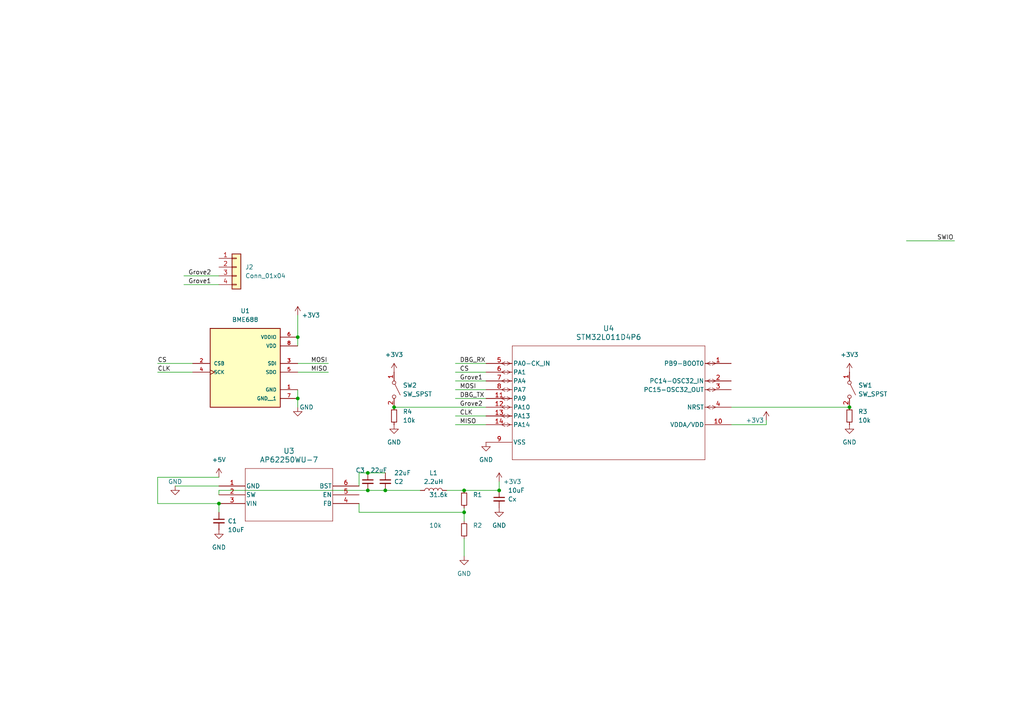
<source format=kicad_sch>
(kicad_sch (version 20231120) (generator "eeschema") (generator_version "8.0")
  (paper "A4")
  (lib_symbols
    (symbol "+3V3_1" (power) (pin_numbers hide) (pin_names (offset 0) hide)
      (property "Value" "+3V3" (at 0 3.556 0))
      (symbol "+3V3_1_0_1"
        (polyline (pts (xy -0.762 1.27) (xy 0 2.54)))
        (polyline (pts (xy 0 0) (xy 0 2.54)))
        (polyline (pts (xy 0 2.54) (xy 0.762 1.27)))
      )
      (symbol "+3V3_1_1_1"
        (pin power_in line (at 0 0 90) (length 0) (name "~") (number "1"))
      )
    )
    (symbol "+3V3_2" (power) (pin_numbers hide) (pin_names (offset 0) hide)
      (property "Value" "+3V3" (at 0 3.556 0))
      (symbol "+3V3_2_0_1"
        (polyline (pts (xy -0.762 1.27) (xy 0 2.54)))
        (polyline (pts (xy 0 0) (xy 0 2.54)))
        (polyline (pts (xy 0 2.54) (xy 0.762 1.27)))
      )
      (symbol "+3V3_2_1_1"
        (pin power_in line (at 0 0 90) (length 0) (name "~") (number "1"))
      )
    )
    (symbol "Bosch Sensor:BME688" (pin_names (offset 1.016))
      (property "Reference" "U" (at -10.16 10.668 0))
      (property "Value" "BME688" (at -10.16 -15.24 0))
      (symbol "BME688_0_0"
        (rectangle (start -10.16 -12.7) (end 10.16 10.16) (stroke (width 0.254)) (fill (type background)))
        (pin power_in line (at 15.24 -7.62 180) (length 5.08) (name "GND") (number "1"))
        (pin input line (at -15.24 0 0) (length 5.08) (name "CSB") (number "2"))
        (pin bidirectional line (at 15.24 0 180) (length 5.08) (name "SDI") (number "3"))
        (pin input clock (at -15.24 -2.54 0) (length 5.08) (name "SCK") (number "4"))
        (pin bidirectional line (at 15.24 -2.54 180) (length 5.08) (name "SDO") (number "5"))
        (pin power_in line (at 15.24 7.62 180) (length 5.08) (name "VDDIO") (number "6"))
        (pin power_in line (at 15.24 -10.16 180) (length 5.08) (name "GND__1") (number "7"))
        (pin power_in line (at 15.24 5.08 180) (length 5.08) (name "VDD") (number "8"))
      )
    )
    (symbol "Connector_Generic:Conn_01x04" (pin_names (offset 1.016) hide)
      (property "Reference" "J" (at 0 5.08 0))
      (property "Value" "Conn_01x04" (at 0 -7.62 0))
      (symbol "Conn_01x04_1_1"
        (rectangle (start -1.27 -4.953) (end 0 -5.207) (stroke (width 0.1524)))
        (rectangle (start -1.27 -2.413) (end 0 -2.667) (stroke (width 0.1524)))
        (rectangle (start -1.27 0.127) (end 0 -0.127) (stroke (width 0.1524)))
        (rectangle (start -1.27 2.667) (end 0 2.413) (stroke (width 0.1524)))
        (rectangle (start -1.27 3.81) (end 1.27 -6.35) (stroke (width 0.254)) (fill (type background)))
        (pin passive line (at -5.08 2.54 0) (length 3.81) (name "Pin_1") (number "1"))
        (pin passive line (at -5.08 0 0) (length 3.81) (name "Pin_2") (number "2"))
        (pin passive line (at -5.08 -2.54 0) (length 3.81) (name "Pin_3") (number "3"))
        (pin passive line (at -5.08 -5.08 0) (length 3.81) (name "Pin_4") (number "4"))
      )
    )
    (symbol "Device:C_Small" (pin_numbers hide) (pin_names (offset 0.254) hide)
      (property "Reference" "C" (at 0.254 1.778 0))
      (property "Value" "C_Small" (at 0.254 -2.032 0))
      (symbol "C_Small_0_1"
        (polyline (pts (xy -1.524 -0.508) (xy 1.524 -0.508)) (stroke (width 0.3302)))
        (polyline (pts (xy -1.524 0.508) (xy 1.524 0.508)) (stroke (width 0.3048)))
      )
      (symbol "C_Small_1_1"
        (pin passive line (at 0 2.54 270) (length 2.032) (name "~") (number "1"))
        (pin passive line (at 0 -2.54 90) (length 2.032) (name "~") (number "2"))
      )
    )
    (symbol "Device:L" (pin_numbers hide) (pin_names (offset 1.016) hide)
      (property "Reference" "L" (at -1.27 0 90))
      (property "Value" "L" (at 1.905 0 90))
      (symbol "L_0_1"
        (arc (start 0 -2.54) (mid 0.6323 -1.905) (end 0 -1.27))
        (arc (start 0 -1.27) (mid 0.6323 -0.635) (end 0 0))
        (arc (start 0 0) (mid 0.6323 0.635) (end 0 1.27))
        (arc (start 0 1.27) (mid 0.6323 1.905) (end 0 2.54))
      )
      (symbol "L_1_1"
        (pin passive line (at 0 3.81 270) (length 1.27) (name "1") (number "1"))
        (pin passive line (at 0 -3.81 90) (length 1.27) (name "2") (number "2"))
      )
    )
    (symbol "Device:R_Small" (pin_numbers hide) (pin_names (offset 0.254) hide)
      (property "Reference" "R" (at 0.762 0.508 0))
      (property "Value" "R_Small" (at 0.762 -1.016 0))
      (symbol "R_Small_0_1"
        (rectangle (start -0.762 1.778) (end 0.762 -1.778) (stroke (width 0.2032)))
      )
      (symbol "R_Small_1_1"
        (pin passive line (at 0 2.54 270) (length 0.762) (name "~") (number "1"))
        (pin passive line (at 0 -2.54 90) (length 0.762) (name "~") (number "2"))
      )
    )
    (symbol "GND_1" (power) (pin_numbers hide) (pin_names (offset 0) hide)
      (property "Value" "GND" (at 0 -3.81 0))
      (symbol "GND_1_0_1"
        (polyline (pts (xy 0 0) (xy 0 -1.27) (xy 1.27 -1.27) (xy 0 -2.54) (xy -1.27 -1.27) (xy 0 -1.27)))
      )
      (symbol "GND_1_1_1"
        (pin power_in line (at 0 0 270) (length 0) (name "~") (number "1"))
      )
    )
    (symbol "GND_2" (power) (pin_numbers hide) (pin_names (offset 0) hide)
      (property "Value" "GND" (at 0 -3.81 0))
      (symbol "GND_2_0_1"
        (polyline (pts (xy 0 0) (xy 0 -1.27) (xy 1.27 -1.27) (xy 0 -2.54) (xy -1.27 -1.27) (xy 0 -1.27)))
      )
      (symbol "GND_2_1_1"
        (pin power_in line (at 0 0 270) (length 0) (name "~") (number "1"))
      )
    )
    (symbol "STM32:STM32L011D4P7" (pin_names (offset 0.254))
      (property "Reference" "U" (at 35.56 10.16 0))
      (property "Value" "STM32L011D4P7" (at 35.56 7.62 0))
      (symbol "STM32L011D4P7_0_1"
        (polyline (pts (xy 5.5372 -18.3007) (xy 4.4958 -17.78)) (stroke (width 0.127)))
        (polyline (pts (xy 5.5372 -17.2593) (xy 4.4958 -17.78)) (stroke (width 0.127)))
        (polyline (pts (xy 5.5372 -15.7607) (xy 4.4958 -15.24)) (stroke (width 0.127)))
        (polyline (pts (xy 5.5372 -14.7193) (xy 4.4958 -15.24)) (stroke (width 0.127)))
        (polyline (pts (xy 5.5372 -13.2207) (xy 4.4958 -12.7)) (stroke (width 0.127)))
        (polyline (pts (xy 5.5372 -12.1793) (xy 4.4958 -12.7)) (stroke (width 0.127)))
        (polyline (pts (xy 5.5372 -10.6807) (xy 4.4958 -10.16)) (stroke (width 0.127)))
        (polyline (pts (xy 5.5372 -9.6393) (xy 4.4958 -10.16)) (stroke (width 0.127)))
        (polyline (pts (xy 5.5372 -8.1407) (xy 4.4958 -7.62)) (stroke (width 0.127)))
        (polyline (pts (xy 5.5372 -7.0993) (xy 4.4958 -7.62)) (stroke (width 0.127)))
        (polyline (pts (xy 5.5372 -5.6007) (xy 4.4958 -5.08)) (stroke (width 0.127)))
        (polyline (pts (xy 5.5372 -4.5593) (xy 4.4958 -5.08)) (stroke (width 0.127)))
        (polyline (pts (xy 5.5372 -3.0607) (xy 4.4958 -2.54)) (stroke (width 0.127)))
        (polyline (pts (xy 5.5372 -2.0193) (xy 4.4958 -2.54)) (stroke (width 0.127)))
        (polyline (pts (xy 5.5372 -0.5207) (xy 4.4958 0)) (stroke (width 0.127)))
        (polyline (pts (xy 5.5372 0.5207) (xy 4.4958 0)) (stroke (width 0.127)))
        (polyline (pts (xy 7.0993 -17.78) (xy 6.0579 -18.3007)) (stroke (width 0.127)))
        (polyline (pts (xy 7.0993 -17.78) (xy 6.0579 -17.2593)) (stroke (width 0.127)))
        (polyline (pts (xy 7.0993 -15.24) (xy 6.0579 -15.7607)) (stroke (width 0.127)))
        (polyline (pts (xy 7.0993 -15.24) (xy 6.0579 -14.7193)) (stroke (width 0.127)))
        (polyline (pts (xy 7.0993 -12.7) (xy 6.0579 -13.2207)) (stroke (width 0.127)))
        (polyline (pts (xy 7.0993 -12.7) (xy 6.0579 -12.1793)) (stroke (width 0.127)))
        (polyline (pts (xy 7.0993 -10.16) (xy 6.0579 -10.6807)) (stroke (width 0.127)))
        (polyline (pts (xy 7.0993 -10.16) (xy 6.0579 -9.6393)) (stroke (width 0.127)))
        (polyline (pts (xy 7.0993 -7.62) (xy 6.0579 -8.1407)) (stroke (width 0.127)))
        (polyline (pts (xy 7.0993 -7.62) (xy 6.0579 -7.0993)) (stroke (width 0.127)))
        (polyline (pts (xy 7.0993 -5.08) (xy 6.0579 -5.6007)) (stroke (width 0.127)))
        (polyline (pts (xy 7.0993 -5.08) (xy 6.0579 -4.5593)) (stroke (width 0.127)))
        (polyline (pts (xy 7.0993 -2.54) (xy 6.0579 -3.0607)) (stroke (width 0.127)))
        (polyline (pts (xy 7.0993 -2.54) (xy 6.0579 -2.0193)) (stroke (width 0.127)))
        (polyline (pts (xy 7.0993 0) (xy 6.0579 -0.5207)) (stroke (width 0.127)))
        (polyline (pts (xy 7.0993 0) (xy 6.0579 0.5207)) (stroke (width 0.127)))
        (polyline (pts (xy 7.62 -27.94) (xy 63.5 -27.94)) (stroke (width 0.127)))
        (polyline (pts (xy 7.62 5.08) (xy 7.62 -27.94)) (stroke (width 0.127)))
        (polyline (pts (xy 63.5 -27.94) (xy 63.5 5.08)) (stroke (width 0.127)))
        (polyline (pts (xy 63.5 5.08) (xy 7.62 5.08)) (stroke (width 0.127)))
        (polyline (pts (xy 64.0207 -12.7) (xy 65.0621 -13.2207)) (stroke (width 0.127)))
        (polyline (pts (xy 64.0207 -12.7) (xy 65.0621 -12.1793)) (stroke (width 0.127)))
        (polyline (pts (xy 64.0207 -7.62) (xy 65.0621 -8.1407)) (stroke (width 0.127)))
        (polyline (pts (xy 64.0207 -7.62) (xy 65.0621 -7.0993)) (stroke (width 0.127)))
        (polyline (pts (xy 64.0207 -5.08) (xy 65.0621 -5.6007)) (stroke (width 0.127)))
        (polyline (pts (xy 64.0207 -5.08) (xy 65.0621 -4.5593)) (stroke (width 0.127)))
        (polyline (pts (xy 64.0207 0) (xy 65.0621 -0.5207)) (stroke (width 0.127)))
        (polyline (pts (xy 64.0207 0) (xy 65.0621 0.5207)) (stroke (width 0.127)))
        (polyline (pts (xy 65.5828 -13.2207) (xy 66.6242 -12.7)) (stroke (width 0.127)))
        (polyline (pts (xy 65.5828 -12.1793) (xy 66.6242 -12.7)) (stroke (width 0.127)))
        (polyline (pts (xy 65.5828 -8.1407) (xy 66.6242 -7.62)) (stroke (width 0.127)))
        (polyline (pts (xy 65.5828 -7.0993) (xy 66.6242 -7.62)) (stroke (width 0.127)))
        (polyline (pts (xy 65.5828 -5.6007) (xy 66.6242 -5.08)) (stroke (width 0.127)))
        (polyline (pts (xy 65.5828 -4.5593) (xy 66.6242 -5.08)) (stroke (width 0.127)))
        (polyline (pts (xy 65.5828 -0.5207) (xy 66.6242 0)) (stroke (width 0.127)))
        (polyline (pts (xy 65.5828 0.5207) (xy 66.6242 0)) (stroke (width 0.127)))
        (pin input line (at 71.12 0 180) (length 7.62) (name "PB9-BOOT0") (number "1"))
        (pin power_in line (at 71.12 -17.78 180) (length 7.62) (name "VDDA/VDD") (number "10"))
        (pin bidirectional line (at 0 -10.16 0) (length 7.62) (name "PA9") (number "11"))
        (pin bidirectional line (at 0 -12.7 0) (length 7.62) (name "PA10") (number "12"))
        (pin bidirectional line (at 0 -15.24 0) (length 7.62) (name "PA13") (number "13"))
        (pin bidirectional line (at 0 -17.78 0) (length 7.62) (name "PA14") (number "14"))
        (pin bidirectional line (at 71.12 -5.08 180) (length 7.62) (name "PC14-OSC32_IN") (number "2"))
        (pin bidirectional line (at 71.12 -7.62 180) (length 7.62) (name "PC15-OSC32_OUT") (number "3"))
        (pin bidirectional line (at 71.12 -12.7 180) (length 7.62) (name "NRST") (number "4"))
        (pin bidirectional line (at 0 0 0) (length 7.62) (name "PA0-CK_IN") (number "5"))
        (pin bidirectional line (at 0 -2.54 0) (length 7.62) (name "PA1") (number "6"))
        (pin bidirectional line (at 0 -5.08 0) (length 7.62) (name "PA4") (number "7"))
        (pin bidirectional line (at 0 -7.62 0) (length 7.62) (name "PA7") (number "8"))
        (pin power_in line (at 0 -22.86 0) (length 7.62) (name "VSS") (number "9"))
      )
    )
    (symbol "Switch:SW_SPST" (pin_names (offset 0) hide)
      (property "Reference" "SW" (at 0 3.175 0))
      (property "Value" "SW_SPST" (at 0 -2.54 0))
      (symbol "SW_SPST_0_0"
        (circle (center -2.032 0) (radius 0.508))
        (polyline (pts (xy -1.524 0.254) (xy 1.524 1.778)))
        (circle (center 2.032 0) (radius 0.508))
      )
      (symbol "SW_SPST_1_1"
        (pin passive line (at -5.08 0 0) (length 2.54) (name "A") (number "1"))
        (pin passive line (at 5.08 0 180) (length 2.54) (name "B") (number "2"))
      )
    )
    (symbol "asd:AP62250WU-7" (pin_names (offset 0.254))
      (property "Reference" "U" (at 20.32 10.16 0))
      (property "Value" "AP62250WU-7" (at 20.32 7.62 0))
      (symbol "AP62250WU-7_0_1"
        (polyline (pts (xy 7.62 -10.16) (xy 33.02 -10.16)) (stroke (width 0.127)))
        (polyline (pts (xy 7.62 5.08) (xy 7.62 -10.16)) (stroke (width 0.127)))
        (polyline (pts (xy 33.02 -10.16) (xy 33.02 5.08)) (stroke (width 0.127)))
        (polyline (pts (xy 33.02 5.08) (xy 7.62 5.08)) (stroke (width 0.127)))
        (pin power_out line (at 0 0 0) (length 7.62) (name "GND") (number "1"))
        (pin output line (at 0 -2.54 0) (length 7.62) (name "SW") (number "2"))
        (pin power_in line (at 0 -5.08 0) (length 7.62) (name "VIN") (number "3"))
        (pin input line (at 40.64 -5.08 180) (length 7.62) (name "FB") (number "4"))
        (pin input line (at 40.64 -2.54 180) (length 7.62) (name "EN") (number "5"))
        (pin power_in line (at 40.64 0 180) (length 7.62) (name "BST") (number "6"))
      )
    )
    (symbol "power:+3V3" (power) (pin_names (offset 0))
      (property "Value" "+3V3" (at 0 3.556 0))
      (symbol "+3V3_0_1"
        (polyline (pts (xy -0.762 1.27) (xy 0 2.54)))
        (polyline (pts (xy 0 0) (xy 0 2.54)))
        (polyline (pts (xy 0 2.54) (xy 0.762 1.27)))
      )
      (symbol "+3V3_1_1"
        (pin power_in line (at 0 0 90) (length 0) hide (name "+3V3") (number "1"))
      )
    )
    (symbol "power:+5V" (power) (pin_names (offset 0))
      (property "Value" "+5V" (at 0 3.556 0))
      (symbol "+5V_0_1"
        (polyline (pts (xy -0.762 1.27) (xy 0 2.54)))
        (polyline (pts (xy 0 0) (xy 0 2.54)))
        (polyline (pts (xy 0 2.54) (xy 0.762 1.27)))
      )
      (symbol "+5V_1_1"
        (pin power_in line (at 0 0 90) (length 0) hide (name "+5V") (number "1"))
      )
    )
    (symbol "power:GND" (power) (pin_names (offset 0))
      (property "Value" "GND" (at 0 -3.81 0))
      (symbol "GND_0_1"
        (polyline (pts (xy 0 0) (xy 0 -1.27) (xy 1.27 -1.27) (xy 0 -2.54) (xy -1.27 -1.27) (xy 0 -1.27)))
      )
      (symbol "GND_1_1"
        (pin power_in line (at 0 0 270) (length 0) hide (name "GND") (number "1"))
      )
    )
  )
  (junction (at 144.78 142.24))
  (junction (at 63.5 146.05))
  (junction (at 134.62 142.24))
  (junction (at 114.3 118.11))
  (junction (at 134.62 148.59))
  (junction (at 106.68 137.16))
  (junction (at 106.68 142.24))
  (junction (at 86.36 115.57))
  (junction (at 111.76 142.24))
  (junction (at 246.38 118.11))
  (junction (at 86.36 97.79))
  (wire (pts (xy 86.36 107.95) (xy 95.25 107.95)))
  (wire (pts (xy 132.08 113.03) (xy 140.97 113.03)))
  (wire (pts (xy 132.08 110.49) (xy 140.97 110.49)))
  (wire (pts (xy 45.72 146.05) (xy 63.5 146.05)))
  (wire (pts (xy 104.14 137.16) (xy 106.68 137.16)))
  (wire (pts (xy 63.5 142.24) (xy 63.5 143.51)))
  (wire (pts (xy 111.76 142.24) (xy 121.92 142.24)))
  (wire (pts (xy 86.36 113.03) (xy 86.36 115.57)))
  (wire (pts (xy 134.62 156.21) (xy 134.62 161.29)))
  (wire (pts (xy 132.08 105.41) (xy 140.97 105.41)))
  (wire (pts (xy 45.72 105.41) (xy 55.88 105.41)))
  (wire (pts (xy 104.14 140.97) (xy 104.14 137.16)))
  (wire (pts (xy 106.68 142.24) (xy 111.76 142.24)))
  (wire (pts (xy 86.36 97.79) (xy 86.36 100.33)))
  (wire (pts (xy 45.72 107.95) (xy 55.88 107.95)))
  (wire (pts (xy 104.14 148.59) (xy 134.62 148.59)))
  (wire (pts (xy 50.8 140.97) (xy 63.5 140.97)))
  (wire (pts (xy 86.36 115.57) (xy 86.36 118.11)))
  (wire (pts (xy 132.08 115.57) (xy 140.97 115.57)))
  (wire (pts (xy 144.78 139.7) (xy 144.78 142.24)))
  (wire (pts (xy 132.08 107.95) (xy 140.97 107.95)))
  (wire (pts (xy 134.62 147.32) (xy 134.62 148.59)))
  (wire (pts (xy 132.08 120.65) (xy 140.97 120.65)))
  (wire (pts (xy 262.89 69.85) (xy 276.86 69.85)))
  (wire (pts (xy 212.09 123.19) (xy 222.25 123.19)))
  (wire (pts (xy 86.36 105.41) (xy 95.25 105.41)))
  (wire (pts (xy 63.5 146.05) (xy 63.5 148.59)))
  (wire (pts (xy 134.62 148.59) (xy 134.62 151.13)))
  (wire (pts (xy 132.08 123.19) (xy 140.97 123.19)))
  (wire (pts (xy 129.54 142.24) (xy 134.62 142.24)))
  (wire (pts (xy 63.5 138.43) (xy 45.72 138.43)))
  (wire (pts (xy 222.25 121.92) (xy 222.25 123.19)))
  (wire (pts (xy 134.62 142.24) (xy 144.78 142.24)))
  (wire (pts (xy 45.72 138.43) (xy 45.72 146.05)))
  (wire (pts (xy 86.36 91.44) (xy 86.36 97.79)))
  (wire (pts (xy 106.68 137.16) (xy 111.76 137.16)))
  (wire (pts (xy 53.34 82.55) (xy 63.5 82.55)))
  (wire (pts (xy 53.34 80.01) (xy 63.5 80.01)))
  (wire (pts (xy 212.09 118.11) (xy 246.38 118.11)))
  (wire (pts (xy 104.14 146.05) (xy 104.14 148.59)))
  (wire (pts (xy 114.3 118.11) (xy 140.97 118.11)))
  (wire (pts (xy 63.5 142.24) (xy 106.68 142.24)))
  (label "Grove2" (at 54.61 80.01 0))
  (label "MOSI" (at 90.17 105.41 0))
  (label "Grove1" (at 133.35 110.49 0))
  (label "CLK" (at 133.35 120.65 0))
  (label "DBG_RX" (at 133.35 105.41 0))
  (label "CS" (at 133.35 107.95 0))
  (label "SWIO" (at 271.78 69.85 0))
  (label "CLK" (at 45.72 107.95 0))
  (label "MOSI" (at 133.35 113.03 0))
  (label "MISO" (at 90.17 107.95 0))
  (label "Grove2" (at 133.35 118.11 0))
  (label "MISO" (at 133.35 123.19 0))
  (label "CS" (at 45.72 105.41 0))
  (label "Grove1" (at 54.61 82.55 0))
  (label "DBG_TX" (at 133.35 115.57 0))
  (symbol (lib_id "Device:R_Small") (at 114.3 120.65 0) (unit 1)
    (property "Reference" "R4" (at 116.84 119.3799 0) (effects (justify left)))
    (property "Value" "10k" (at 116.84 121.9199 0) (effects (justify left)))
    (property "Footprint" "Resistor_SMD:R_0805_2012Metric" (effects (hide yes)))
    (property "Description" "Resistor, small symbol" (effects (hide yes)))
  )
  (symbol (lib_id "Device:C_Small") (at 106.68 139.7 0) (unit 1)
    (property "Reference" "C3" (at 103.124 136.398 0) (effects (justify left)))
    (property "Value" "22uF" (at 107.442 136.398 0) (effects (justify left)))
    (property "Footprint" "Capacitor_SMD:C_0805_2012Metric" (effects (hide yes)))
  )
  (symbol (lib_name "GND_2") (lib_id "power:GND") (at 140.97 128.27 0) (unit 1)
    (property "Reference" "#PWR016" (effects (hide yes)))
    (property "Value" "GND" (at 140.97 133.35 0))
    (property "Description" "Power symbol creates a global label with name \"GND\" , ground" (effects (hide yes)))
  )
  (symbol (lib_id "power:+3V3") (at 86.36 91.44 0) (unit 1)
    (property "Reference" "#PWR03" (effects (hide yes)))
    (property "Value" "+3V3" (at 90.17 91.44 0))
  )
  (symbol (lib_id "asd:AP62250WU-7") (at 63.5 140.97 0) (unit 1)
    (property "Reference" "U3" (at 83.82 130.81 0) (effects (font (size 1.524 1.524))))
    (property "Value" "AP62250WU-7" (at 83.82 133.35 0) (effects (font (size 1.524 1.524))))
    (property "Footprint" "asd:TSOT26STANDARD_DIO" (effects (hide yes)))
    (property "Datasheet" "AP62250WU-7" (effects (hide yes)))
  )
  (symbol (lib_id "Bosch Sensor:BME688") (at 71.12 105.41 0) (unit 1)
    (property "Reference" "U1" (at 71.12 90.17 0))
    (property "Value" "BME688" (at 71.12 92.71 0))
    (property "Footprint" "Package_LGA:Bosch_LGA-8_3x3mm_P0.8mm_ClockwisePinNumbering" (effects (hide yes)))
    (property "PARTREV" "1.0" (effects (hide yes)))
    (property "STANDARD" "Manufacturer recommendations" (effects (hide yes)))
    (property "MAXIMUM_PACKAGE_HEIGHT" "1.0 mm" (effects (hide yes)))
    (property "MANUFACTURER" "BOSCH" (effects (hide yes)))
  )
  (symbol (lib_id "Device:C_Small") (at 144.78 144.78 0) (unit 1)
    (property "Reference" "Cx" (at 147.32 144.78 0) (effects (justify left)))
    (property "Value" "10uF" (at 147.32 142.24 0) (effects (justify left)))
    (property "Footprint" "Capacitor_SMD:C_0805_2012Metric" (effects (hide yes)))
  )
  (symbol (lib_id "power:GND") (at 144.78 147.32 0) (unit 1)
    (property "Reference" "#PWR011" (effects (hide yes)))
    (property "Value" "GND" (at 144.78 152.4 0))
  )
  (symbol (lib_id "Switch:SW_SPST") (at 114.3 113.03 270) (unit 1)
    (property "Reference" "SW2" (at 116.84 111.7599 90) (effects (justify left)))
    (property "Value" "SW_SPST" (at 116.84 114.2999 90) (effects (justify left)))
    (property "Footprint" "Jumper:SolderJumper-2_P1.3mm_Open_TrianglePad1.0x1.5mm" (effects (hide yes)))
    (property "Description" "Single Pole Single Throw (SPST) switch" (effects (hide yes)))
  )
  (symbol (lib_id "Device:R_Small") (at 246.38 120.65 0) (unit 1)
    (property "Reference" "R3" (at 248.92 119.3799 0) (effects (justify left)))
    (property "Value" "10k" (at 248.92 121.9199 0) (effects (justify left)))
    (property "Footprint" "Resistor_SMD:R_0805_2012Metric" (effects (hide yes)))
    (property "Description" "Resistor, small symbol" (effects (hide yes)))
  )
  (symbol (lib_id "Device:C_Small") (at 63.5 151.13 0) (unit 1)
    (property "Reference" "C1" (at 66.04 151.13 0) (effects (justify left)))
    (property "Value" "10uF" (at 66.04 153.67 0) (effects (justify left)))
    (property "Footprint" "Capacitor_SMD:C_0805_2012Metric" (effects (hide yes)))
  )
  (symbol (lib_id "Switch:SW_SPST") (at 246.38 113.03 270) (unit 1)
    (property "Reference" "SW1" (at 248.92 111.7599 90) (effects (justify left)))
    (property "Value" "SW_SPST" (at 248.92 114.2999 90) (effects (justify left)))
    (property "Footprint" "Jumper:SolderJumper-2_P1.3mm_Open_TrianglePad1.0x1.5mm" (effects (hide yes)))
    (property "Description" "Single Pole Single Throw (SPST) switch" (effects (hide yes)))
  )
  (symbol (lib_id "power:GND") (at 63.5 153.67 0) (unit 1)
    (property "Reference" "#PWR09" (effects (hide yes)))
    (property "Value" "GND" (at 63.5 158.75 0))
  )
  (symbol (lib_id "power:+5V") (at 63.5 138.43 0) (unit 1)
    (property "Reference" "#PWR08" (effects (hide yes)))
    (property "Value" "+5V" (at 63.5 133.35 0))
  )
  (symbol (lib_name "+3V3_2") (lib_id "power:+3V3") (at 222.25 121.92 0) (unit 1)
    (property "Reference" "#PWR015" (effects (hide yes)))
    (property "Value" "+3V3" (at 218.948 121.92 0))
    (property "Description" "Power symbol creates a global label with name \"+3V3\"" (effects (hide yes)))
  )
  (symbol (lib_id "Connector_Generic:Conn_01x04") (at 68.58 77.47 0) (unit 1)
    (property "Reference" "J2" (at 71.12 77.47 0) (effects (justify left)))
    (property "Value" "Conn_01x04" (at 71.12 80.01 0) (effects (justify left)))
    (property "Footprint" "Connector:NS-Tech_Grove_1x04_P2mm_Vertical" (effects (hide yes)))
  )
  (symbol (lib_name "+3V3_1") (lib_id "power:+3V3") (at 246.38 107.95 0) (unit 1)
    (property "Reference" "#PWR013" (effects (hide yes)))
    (property "Value" "+3V3" (at 246.38 102.87 0))
    (property "Description" "Power symbol creates a global label with name \"+3V3\"" (effects (hide yes)))
  )
  (symbol (lib_id "Device:R_Small") (at 134.62 153.67 0) (unit 1)
    (property "Reference" "R2" (at 137.16 152.4 0) (effects (justify left)))
    (property "Value" "10k" (at 124.46 152.4 0) (effects (justify left)))
    (property "Footprint" "Resistor_SMD:R_0805_2012Metric" (effects (hide yes)))
  )
  (symbol (lib_id "STM32:STM32L011D4P7") (at 140.97 105.41 0) (unit 1)
    (property "Reference" "U4" (at 176.53 95.25 0) (effects (font (size 1.524 1.524))))
    (property "Value" "STM32L011D4P6" (at 176.53 97.79 0) (effects (font (size 1.524 1.524))))
    (property "Footprint" "DOcuments folder:TSSOP14" (effects (hide yes)))
    (property "Datasheet" "STM32L011D4P7" (effects (hide yes)))
  )
  (symbol (lib_id "power:GND") (at 50.8 140.97 0) (unit 1)
    (property "Reference" "#PWR07" (effects (hide yes)))
    (property "Value" "GND" (at 50.8 139.7 0))
  )
  (symbol (lib_id "Device:C_Small") (at 111.76 139.7 0) (unit 1)
    (property "Reference" "C2" (at 114.3 139.7 0) (effects (justify left)))
    (property "Value" "22uF" (at 114.3 137.16 0) (effects (justify left)))
    (property "Footprint" "Capacitor_SMD:C_0805_2012Metric" (effects (hide yes)))
  )
  (symbol (lib_name "GND_1") (lib_id "power:GND") (at 246.38 123.19 0) (unit 1)
    (property "Reference" "#PWR014" (effects (hide yes)))
    (property "Value" "GND" (at 246.38 128.27 0))
    (property "Description" "Power symbol creates a global label with name \"GND\" , ground" (effects (hide yes)))
  )
  (symbol (lib_id "power:GND") (at 134.62 161.29 0) (unit 1)
    (property "Reference" "#PWR012" (effects (hide yes)))
    (property "Value" "GND" (at 134.62 166.37 0))
  )
  (symbol (lib_name "+3V3_1") (lib_id "power:+3V3") (at 114.3 107.95 0) (unit 1)
    (property "Reference" "#PWR02" (effects (hide yes)))
    (property "Value" "+3V3" (at 114.3 102.87 0))
    (property "Description" "Power symbol creates a global label with name \"+3V3\"" (effects (hide yes)))
  )
  (symbol (lib_id "Device:L") (at 125.73 142.24 90) (unit 1)
    (property "Reference" "L1" (at 125.73 137.16 90))
    (property "Value" "2.2uH" (at 125.73 139.7 90))
    (property "Footprint" "Inductor_SMD:L_0805_2012Metric" (effects (hide yes)))
  )
  (symbol (lib_id "Device:R_Small") (at 134.62 144.78 0) (unit 1)
    (property "Reference" "R1" (at 137.16 143.51 0) (effects (justify left)))
    (property "Value" "31.6k" (at 124.46 143.51 0) (effects (justify left)))
    (property "Footprint" "Resistor_SMD:R_0805_2012Metric" (effects (hide yes)))
  )
  (symbol (lib_name "GND_1") (lib_id "power:GND") (at 114.3 123.19 0) (unit 1)
    (property "Reference" "#PWR04" (effects (hide yes)))
    (property "Value" "GND" (at 114.3 128.27 0))
    (property "Description" "Power symbol creates a global label with name \"GND\" , ground" (effects (hide yes)))
  )
  (symbol (lib_id "power:GND") (at 86.36 118.11 0) (unit 1)
    (property "Reference" "#PWR01" (effects (hide yes)))
    (property "Value" "GND" (at 88.9 118.11 0))
  )
  (symbol (lib_id "power:+3V3") (at 144.78 139.7 0) (unit 1)
    (property "Reference" "#PWR010" (effects (hide yes)))
    (property "Value" "+3V3" (at 148.59 139.7 0))
  )
)
</source>
